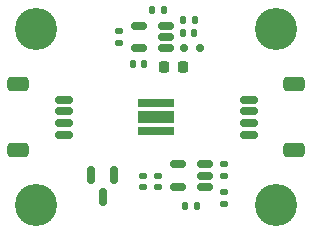
<source format=gts>
%TF.GenerationSoftware,KiCad,Pcbnew,7.0.8-7.0.8~ubuntu22.04.1*%
%TF.CreationDate,2024-02-05T12:59:12-08:00*%
%TF.ProjectId,278nm_ELUC3535NUB_24mA,3237386e-6d5f-4454-9c55-43333533354e,rev?*%
%TF.SameCoordinates,Original*%
%TF.FileFunction,Soldermask,Top*%
%TF.FilePolarity,Negative*%
%FSLAX46Y46*%
G04 Gerber Fmt 4.6, Leading zero omitted, Abs format (unit mm)*
G04 Created by KiCad (PCBNEW 7.0.8-7.0.8~ubuntu22.04.1) date 2024-02-05 12:59:12*
%MOMM*%
%LPD*%
G01*
G04 APERTURE LIST*
G04 Aperture macros list*
%AMRoundRect*
0 Rectangle with rounded corners*
0 $1 Rounding radius*
0 $2 $3 $4 $5 $6 $7 $8 $9 X,Y pos of 4 corners*
0 Add a 4 corners polygon primitive as box body*
4,1,4,$2,$3,$4,$5,$6,$7,$8,$9,$2,$3,0*
0 Add four circle primitives for the rounded corners*
1,1,$1+$1,$2,$3*
1,1,$1+$1,$4,$5*
1,1,$1+$1,$6,$7*
1,1,$1+$1,$8,$9*
0 Add four rect primitives between the rounded corners*
20,1,$1+$1,$2,$3,$4,$5,0*
20,1,$1+$1,$4,$5,$6,$7,0*
20,1,$1+$1,$6,$7,$8,$9,0*
20,1,$1+$1,$8,$9,$2,$3,0*%
G04 Aperture macros list end*
%ADD10RoundRect,0.150000X-0.150000X-0.200000X0.150000X-0.200000X0.150000X0.200000X-0.150000X0.200000X0*%
%ADD11C,3.570000*%
%ADD12R,3.100000X0.660000*%
%ADD13R,3.100000X1.000000*%
%ADD14RoundRect,0.150000X-0.625000X0.150000X-0.625000X-0.150000X0.625000X-0.150000X0.625000X0.150000X0*%
%ADD15RoundRect,0.250000X-0.650000X0.350000X-0.650000X-0.350000X0.650000X-0.350000X0.650000X0.350000X0*%
%ADD16RoundRect,0.150000X0.625000X-0.150000X0.625000X0.150000X-0.625000X0.150000X-0.625000X-0.150000X0*%
%ADD17RoundRect,0.250000X0.650000X-0.350000X0.650000X0.350000X-0.650000X0.350000X-0.650000X-0.350000X0*%
%ADD18RoundRect,0.135000X-0.185000X0.135000X-0.185000X-0.135000X0.185000X-0.135000X0.185000X0.135000X0*%
%ADD19RoundRect,0.135000X0.135000X0.185000X-0.135000X0.185000X-0.135000X-0.185000X0.135000X-0.185000X0*%
%ADD20RoundRect,0.135000X0.185000X-0.135000X0.185000X0.135000X-0.185000X0.135000X-0.185000X-0.135000X0*%
%ADD21RoundRect,0.150000X0.512500X0.150000X-0.512500X0.150000X-0.512500X-0.150000X0.512500X-0.150000X0*%
%ADD22RoundRect,0.140000X0.170000X-0.140000X0.170000X0.140000X-0.170000X0.140000X-0.170000X-0.140000X0*%
%ADD23RoundRect,0.218750X-0.218750X-0.256250X0.218750X-0.256250X0.218750X0.256250X-0.218750X0.256250X0*%
%ADD24RoundRect,0.135000X-0.135000X-0.185000X0.135000X-0.185000X0.135000X0.185000X-0.135000X0.185000X0*%
%ADD25RoundRect,0.140000X0.140000X0.170000X-0.140000X0.170000X-0.140000X-0.170000X0.140000X-0.170000X0*%
%ADD26RoundRect,0.140000X-0.140000X-0.170000X0.140000X-0.170000X0.140000X0.170000X-0.140000X0.170000X0*%
%ADD27RoundRect,0.150000X-0.150000X0.587500X-0.150000X-0.587500X0.150000X-0.587500X0.150000X0.587500X0*%
G04 APERTURE END LIST*
D10*
%TO.C,D2*%
X66450000Y-54150000D03*
X65050000Y-54150000D03*
%TD*%
D11*
%TO.C,M1*%
X52540000Y-52540000D03*
%TD*%
%TO.C,M2*%
X72860000Y-52540000D03*
%TD*%
%TO.C,M3*%
X72860000Y-67460000D03*
%TD*%
%TO.C,M4*%
X52540000Y-67460000D03*
%TD*%
D12*
%TO.C,D1*%
X62700000Y-58806000D03*
X62700000Y-61194000D03*
D13*
X62700000Y-60000000D03*
%TD*%
D14*
%TO.C,J1*%
X54880000Y-58500000D03*
X54880000Y-59500000D03*
X54880000Y-60500000D03*
X54880000Y-61500000D03*
D15*
X51005000Y-57200000D03*
X51005000Y-62800000D03*
%TD*%
D16*
%TO.C,J2*%
X70520000Y-61500000D03*
X70520000Y-60500000D03*
X70520000Y-59500000D03*
X70520000Y-58500000D03*
D17*
X74395000Y-62800000D03*
X74395000Y-57200000D03*
%TD*%
D18*
%TO.C,R1*%
X68427600Y-63982600D03*
X68427600Y-65002600D03*
%TD*%
D19*
%TO.C,R6*%
X63349600Y-50876200D03*
X62329600Y-50876200D03*
%TD*%
D20*
%TO.C,R4*%
X59563000Y-53674200D03*
X59563000Y-52654200D03*
%TD*%
D21*
%TO.C,U2*%
X66795200Y-65881000D03*
X66795200Y-64931000D03*
X66795200Y-63981000D03*
X64520200Y-63981000D03*
X64520200Y-65881000D03*
%TD*%
D22*
%TO.C,C3*%
X62845200Y-65936000D03*
X62845200Y-64976000D03*
%TD*%
D20*
%TO.C,R3*%
X68427600Y-67360800D03*
X68427600Y-66340800D03*
%TD*%
D23*
%TO.C,L1*%
X63372900Y-55753000D03*
X64947900Y-55753000D03*
%TD*%
D24*
%TO.C,R2*%
X65150200Y-67481000D03*
X66170200Y-67481000D03*
%TD*%
D25*
%TO.C,C1*%
X61671200Y-55499000D03*
X60711200Y-55499000D03*
%TD*%
D22*
%TO.C,C4*%
X61620200Y-65941000D03*
X61620200Y-64981000D03*
%TD*%
D26*
%TO.C,C2*%
X64940000Y-52850000D03*
X65900000Y-52850000D03*
%TD*%
D27*
%TO.C,Q1*%
X59105800Y-64897000D03*
X57205800Y-64897000D03*
X58155800Y-66772000D03*
%TD*%
D19*
%TO.C,R5*%
X65960000Y-51800000D03*
X64940000Y-51800000D03*
%TD*%
D21*
%TO.C,U1*%
X63494000Y-54147800D03*
X63494000Y-53197800D03*
X63494000Y-52247800D03*
X61219000Y-52247800D03*
X61219000Y-54147800D03*
%TD*%
M02*

</source>
